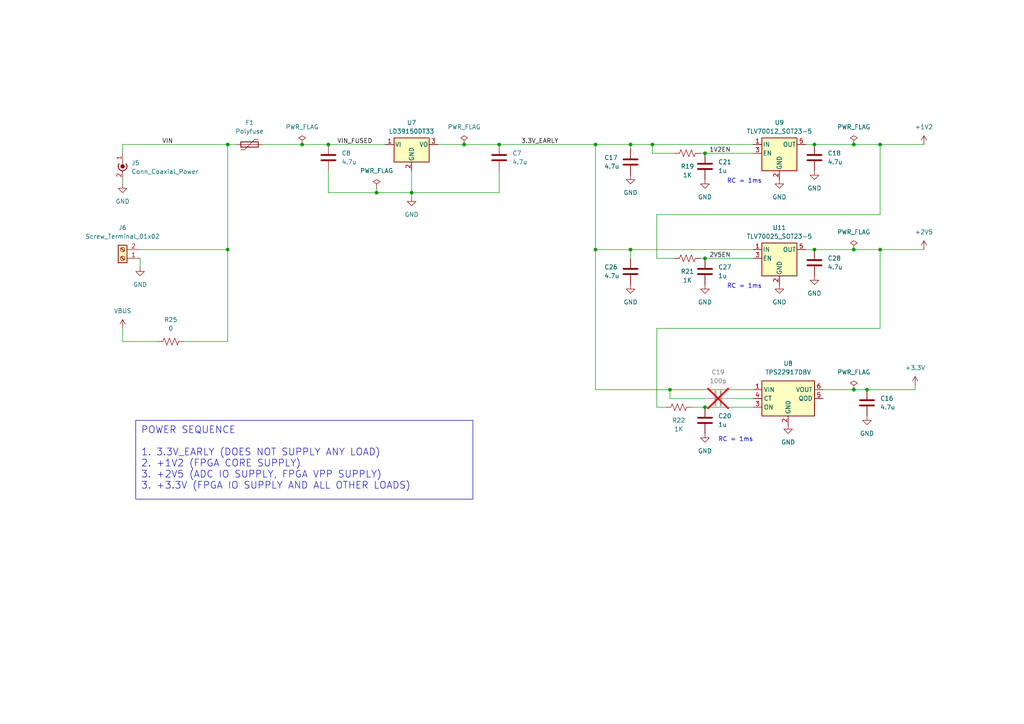
<source format=kicad_sch>
(kicad_sch (version 20230121) (generator eeschema)
  (paper "A4")
  (title_block (title "Power") (date "2024-01-31") (rev "0"))
  (lib_symbols
    (symbol "Connector:Conn_Coaxial_Power" (pin_names (offset 1.016) hide)
      (property "Reference" "J" (at -5.08 -1.27 90))
      (property "Value" "Conn_Coaxial_Power" (at -3.175 -1.27 90))
      (symbol "Conn_Coaxial_Power_0_1"
        (arc (start -1.27 -1.27) (mid 0 -2.5345) (end 1.27 -1.27) (stroke (width 0.254)))
        (arc (start -1.016 -0.508) (mid -1.2048 -0.8684) (end -1.27 -1.27) (stroke (width 0.254)))
        (circle (center 0 -1.27) (radius 0.508) (stroke (width 0.2032)) (fill (type outline)))
        (polyline (pts (xy 0 -2.54) (xy 0 -3.048)))
        (polyline (pts (xy 0 0) (xy 0 -1.27)))
        (arc (start 1.27 -1.27) (mid 1.2048 -0.8684) (end 1.016 -0.508) (stroke (width 0.254)))
      )
      (symbol "Conn_Coaxial_Power_1_1"
        (pin passive line (at 0 2.54 270) (length 2.54) (name "In") (number "1"))
        (pin passive line (at 0 -5.08 90) (length 2.54) (name "Ext") (number "2"))
      )
    )
    (symbol "Connector:Screw_Terminal_01x02" (pin_names (offset 1.016) hide)
      (property "Reference" "J" (at 0 2.54 0))
      (property "Value" "Screw_Terminal_01x02" (at 0 -5.08 0))
      (symbol "Screw_Terminal_01x02_1_1"
        (rectangle (start -1.27 1.27) (end 1.27 -3.81) (stroke (width 0.254)) (fill (type background)))
        (circle (center 0 -2.54) (radius 0.635) (stroke (width 0.1524)))
        (polyline (pts (xy -0.5334 -2.2098) (xy 0.3302 -3.048)) (stroke (width 0.1524)))
        (polyline (pts (xy -0.5334 0.3302) (xy 0.3302 -0.508)) (stroke (width 0.1524)))
        (polyline (pts (xy -0.3556 -2.032) (xy 0.508 -2.8702)) (stroke (width 0.1524)))
        (polyline (pts (xy -0.3556 0.508) (xy 0.508 -0.3302)) (stroke (width 0.1524)))
        (circle (center 0 0) (radius 0.635) (stroke (width 0.1524)))
        (pin passive line (at -5.08 0 0) (length 3.81) (name "Pin_1") (number "1"))
        (pin passive line (at -5.08 -2.54 0) (length 3.81) (name "Pin_2") (number "2"))
      )
    )
    (symbol "Device:C" (pin_numbers hide) (pin_names (offset 0.254))
      (property "Reference" "C" (at 0.635 2.54 0))
      (property "Value" "C" (at 0.635 -2.54 0))
      (symbol "C_0_1"
        (polyline (pts (xy -2.032 -0.762) (xy 2.032 -0.762)) (stroke (width 0.508)))
        (polyline (pts (xy -2.032 0.762) (xy 2.032 0.762)) (stroke (width 0.508)))
      )
      (symbol "C_1_1"
        (pin passive line (at 0 3.81 270) (length 2.794) (name "~") (number "1"))
        (pin passive line (at 0 -3.81 90) (length 2.794) (name "~") (number "2"))
      )
    )
    (symbol "Device:Polyfuse" (pin_numbers hide) (pin_names (offset 0))
      (property "Reference" "F" (at -2.54 0 90))
      (property "Value" "Polyfuse" (at 2.54 0 90))
      (symbol "Polyfuse_0_1"
        (rectangle (start -0.762 2.54) (end 0.762 -2.54) (stroke (width 0.254)))
        (polyline (pts (xy 0 2.54) (xy 0 -2.54)))
        (polyline (pts (xy -1.524 2.54) (xy -1.524 1.524) (xy 1.524 -1.524) (xy 1.524 -2.54)))
      )
      (symbol "Polyfuse_1_1"
        (pin passive line (at 0 3.81 270) (length 1.27) (name "~") (number "1"))
        (pin passive line (at 0 -3.81 90) (length 1.27) (name "~") (number "2"))
      )
    )
    (symbol "Device:R_US" (pin_numbers hide) (pin_names (offset 0))
      (property "Reference" "R" (at 2.54 0 90))
      (property "Value" "R_US" (at -2.54 0 90))
      (symbol "R_US_0_1"
        (polyline (pts (xy 0 -2.286) (xy 0 -2.54)))
        (polyline (pts (xy 0 2.286) (xy 0 2.54)))
        (polyline (pts (xy 0 -0.762) (xy 1.016 -1.143) (xy 0 -1.524) (xy -1.016 -1.905) (xy 0 -2.286)))
        (polyline (pts (xy 0 0.762) (xy 1.016 0.381) (xy 0 0) (xy -1.016 -0.381) (xy 0 -0.762)))
        (polyline (pts (xy 0 2.286) (xy 1.016 1.905) (xy 0 1.524) (xy -1.016 1.143) (xy 0 0.762)))
      )
      (symbol "R_US_1_1"
        (pin passive line (at 0 3.81 270) (length 1.27) (name "~") (number "1"))
        (pin passive line (at 0 -3.81 90) (length 1.27) (name "~") (number "2"))
      )
    )
    (symbol "Power_Management:TPS22917DBV"
      (property "Reference" "U" (at -6.35 6.35 0))
      (property "Value" "TPS22917DBV" (at 2.54 6.35 0))
      (symbol "TPS22917DBV_0_1"
        (rectangle (start -7.62 5.08) (end 7.62 -5.08) (stroke (width 0.254)) (fill (type background)))
      )
      (symbol "TPS22917DBV_1_1"
        (pin power_in line (at -10.16 2.54 0) (length 2.54) (name "VIN") (number "1"))
        (pin power_in line (at 0 -7.62 90) (length 2.54) (name "GND") (number "2"))
        (pin input line (at -10.16 -2.54 0) (length 2.54) (name "ON") (number "3"))
        (pin output line (at -10.16 0 0) (length 2.54) (name "CT") (number "4"))
        (pin open_collector line (at 10.16 0 180) (length 2.54) (name "QOD") (number "5"))
        (pin power_out line (at 10.16 2.54 180) (length 2.54) (name "VOUT") (number "6"))
      )
    )
    (symbol "Regulator_Linear:LD39150DT33" (pin_names (offset 0.254))
      (property "Reference" "U" (at -3.81 3.175 0))
      (property "Value" "LD39150DT33" (at 0 3.175 0))
      (symbol "LD39150DT33_0_1"
        (rectangle (start -5.08 -5.08) (end 5.08 1.905) (stroke (width 0.254)) (fill (type background)))
      )
      (symbol "LD39150DT33_1_1"
        (pin power_in line (at -7.62 0 0) (length 2.54) (name "VI") (number "1"))
        (pin power_in line (at 0 -7.62 90) (length 2.54) (name "GND") (number "2"))
        (pin power_out line (at 7.62 0 180) (length 2.54) (name "VO") (number "3"))
      )
    )
    (symbol "Regulator_Linear:TLV70012_SOT23-5" (pin_names (offset 0.254))
      (property "Reference" "U" (at -3.81 5.715 0))
      (property "Value" "TLV70012_SOT23-5" (at 0 5.715 0))
      (symbol "TLV70012_SOT23-5_0_1"
        (rectangle (start -5.08 4.445) (end 5.08 -5.08) (stroke (width 0.254)) (fill (type background)))
      )
      (symbol "TLV70012_SOT23-5_1_1"
        (pin power_in line (at -7.62 2.54 0) (length 2.54) (name "IN") (number "1"))
        (pin power_in line (at 0 -7.62 90) (length 2.54) (name "GND") (number "2"))
        (pin input line (at -7.62 0 0) (length 2.54) (name "EN") (number "3"))
        (pin no_connect line (at 5.08 0 180) (length 2.54) hide (name "NC") (number "4"))
        (pin power_out line (at 7.62 2.54 180) (length 2.54) (name "OUT") (number "5"))
      )
    )
    (symbol "Regulator_Linear:TLV70025_SOT23-5" (pin_names (offset 0.254))
      (property "Reference" "U" (at -3.81 5.715 0))
      (property "Value" "TLV70025_SOT23-5" (at 0 5.715 0))
      (symbol "TLV70025_SOT23-5_0_1"
        (rectangle (start -5.08 4.445) (end 5.08 -5.08) (stroke (width 0.254)) (fill (type background)))
      )
      (symbol "TLV70025_SOT23-5_1_1"
        (pin power_in line (at -7.62 2.54 0) (length 2.54) (name "IN") (number "1"))
        (pin power_in line (at 0 -7.62 90) (length 2.54) (name "GND") (number "2"))
        (pin input line (at -7.62 0 0) (length 2.54) (name "EN") (number "3"))
        (pin no_connect line (at 5.08 0 180) (length 2.54) hide (name "NC") (number "4"))
        (pin power_out line (at 7.62 2.54 180) (length 2.54) (name "OUT") (number "5"))
      )
    )
    (symbol "power:+1V2" (power) (pin_names (offset 0))
      (property "Value" "+1V2" (at 0 3.556 0))
      (symbol "+1V2_0_1"
        (polyline (pts (xy -0.762 1.27) (xy 0 2.54)))
        (polyline (pts (xy 0 0) (xy 0 2.54)))
        (polyline (pts (xy 0 2.54) (xy 0.762 1.27)))
      )
      (symbol "+1V2_1_1"
        (pin power_in line (at 0 0 90) (length 0) hide (name "+1V2") (number "1"))
      )
    )
    (symbol "power:+2V5" (power) (pin_names (offset 0))
      (property "Value" "+2V5" (at 0 3.556 0))
      (symbol "+2V5_0_1"
        (polyline (pts (xy -0.762 1.27) (xy 0 2.54)))
        (polyline (pts (xy 0 0) (xy 0 2.54)))
        (polyline (pts (xy 0 2.54) (xy 0.762 1.27)))
      )
      (symbol "+2V5_1_1"
        (pin power_in line (at 0 0 90) (length 0) hide (name "+2V5") (number "1"))
      )
    )
    (symbol "power:+3.3V" (power) (pin_names (offset 0))
      (property "Value" "+3.3V" (at 0 3.556 0))
      (symbol "+3.3V_0_1"
        (polyline (pts (xy -0.762 1.27) (xy 0 2.54)))
        (polyline (pts (xy 0 0) (xy 0 2.54)))
        (polyline (pts (xy 0 2.54) (xy 0.762 1.27)))
      )
      (symbol "+3.3V_1_1"
        (pin power_in line (at 0 0 90) (length 0) hide (name "+3.3V") (number "1"))
      )
    )
    (symbol "power:GND" (power) (pin_names (offset 0))
      (property "Value" "GND" (at 0 -3.81 0))
      (symbol "GND_0_1"
        (polyline (pts (xy 0 0) (xy 0 -1.27) (xy 1.27 -1.27) (xy 0 -2.54) (xy -1.27 -1.27) (xy 0 -1.27)))
      )
      (symbol "GND_1_1"
        (pin power_in line (at 0 0 270) (length 0) hide (name "GND") (number "1"))
      )
    )
    (symbol "power:PWR_FLAG" (power) (pin_numbers hide) (pin_names (offset 0) hide)
      (property "Value" "PWR_FLAG" (at 0 3.81 0))
      (symbol "PWR_FLAG_0_0"
        (pin power_out line (at 0 0 90) (length 0) (name "pwr") (number "1"))
      )
      (symbol "PWR_FLAG_0_1"
        (polyline (pts (xy 0 0) (xy 0 1.27) (xy -1.016 1.905) (xy 0 2.54) (xy 1.016 1.905) (xy 0 1.27)))
      )
    )
    (symbol "power:VBUS" (power) (pin_names (offset 0))
      (property "Value" "VBUS" (at 0 3.81 0))
      (symbol "VBUS_0_1"
        (polyline (pts (xy -0.762 1.27) (xy 0 2.54)))
        (polyline (pts (xy 0 0) (xy 0 2.54)))
        (polyline (pts (xy 0 2.54) (xy 0.762 1.27)))
      )
      (symbol "VBUS_1_1"
        (pin power_in line (at 0 0 90) (length 0) hide (name "VBUS") (number "1"))
      )
    )
  )
  (junction (at 255.27 41.91))
  (junction (at 204.47 118.11))
  (junction (at 204.47 44.45))
  (junction (at 194.31 113.03))
  (junction (at 95.25 41.91))
  (junction (at 182.88 72.39))
  (junction (at 247.65 72.39))
  (junction (at 251.46 113.03))
  (junction (at 204.47 74.93))
  (junction (at 172.72 72.39))
  (junction (at 134.62 41.91))
  (junction (at 172.72 41.91))
  (junction (at 87.63 41.91))
  (junction (at 236.22 41.91))
  (junction (at 144.78 41.91))
  (junction (at 247.65 41.91))
  (junction (at 255.27 72.39))
  (junction (at 66.04 72.39))
  (junction (at 182.88 41.91))
  (junction (at 119.38 55.88))
  (junction (at 189.23 41.91))
  (junction (at 66.04 41.91))
  (junction (at 236.22 72.39))
  (junction (at 109.22 55.88))
  (junction (at 247.65 113.03))
  (wire (pts (xy 233.68 41.91) (xy 236.22 41.91)))
  (wire (pts (xy 236.22 72.39) (xy 247.65 72.39)))
  (wire (pts (xy 40.64 77.47) (xy 40.64 74.93)))
  (wire (pts (xy 66.04 41.91) (xy 66.04 72.39)))
  (wire (pts (xy 203.2 74.93) (xy 204.47 74.93)))
  (wire (pts (xy 247.65 41.91) (xy 255.27 41.91)))
  (wire (pts (xy 182.88 72.39) (xy 172.72 72.39)))
  (wire (pts (xy 236.22 41.91) (xy 247.65 41.91)))
  (wire (pts (xy 204.47 115.57) (xy 194.31 115.57)))
  (wire (pts (xy 251.46 113.03) (xy 265.43 113.03)))
  (wire (pts (xy 247.65 113.03) (xy 251.46 113.03)))
  (wire (pts (xy 204.47 44.45) (xy 218.44 44.45)))
  (wire (pts (xy 66.04 99.06) (xy 66.04 72.39)))
  (wire (pts (xy 119.38 49.53) (xy 119.38 55.88)))
  (wire (pts (xy 255.27 95.25) (xy 255.27 72.39)))
  (wire (pts (xy 255.27 41.91) (xy 267.97 41.91)))
  (wire (pts (xy 189.23 41.91) (xy 218.44 41.91)))
  (wire (pts (xy 182.88 74.93) (xy 182.88 72.39)))
  (wire (pts (xy 247.65 72.39) (xy 255.27 72.39)))
  (wire (pts (xy 195.58 44.45) (xy 189.23 44.45)))
  (wire (pts (xy 194.31 113.03) (xy 194.31 115.57)))
  (wire (pts (xy 109.22 55.88) (xy 109.22 54.61)))
  (wire (pts (xy 66.04 41.91) (xy 68.58 41.91)))
  (wire (pts (xy 194.31 113.03) (xy 218.44 113.03)))
  (wire (pts (xy 35.56 95.25) (xy 35.56 99.06)))
  (wire (pts (xy 35.56 99.06) (xy 45.72 99.06)))
  (wire (pts (xy 172.72 113.03) (xy 172.72 72.39)))
  (wire (pts (xy 204.47 74.93) (xy 218.44 74.93)))
  (wire (pts (xy 255.27 72.39) (xy 267.97 72.39)))
  (wire (pts (xy 190.5 74.93) (xy 190.5 62.23)))
  (wire (pts (xy 134.62 41.91) (xy 144.78 41.91)))
  (wire (pts (xy 119.38 55.88) (xy 144.78 55.88)))
  (wire (pts (xy 144.78 49.53) (xy 144.78 55.88)))
  (wire (pts (xy 190.5 118.11) (xy 190.5 95.25)))
  (wire (pts (xy 182.88 41.91) (xy 189.23 41.91)))
  (wire (pts (xy 195.58 74.93) (xy 190.5 74.93)))
  (wire (pts (xy 95.25 49.53) (xy 95.25 55.88)))
  (wire (pts (xy 189.23 44.45) (xy 189.23 41.91)))
  (wire (pts (xy 127 41.91) (xy 134.62 41.91)))
  (wire (pts (xy 35.56 52.07) (xy 35.56 53.34)))
  (wire (pts (xy 76.2 41.91) (xy 87.63 41.91)))
  (wire (pts (xy 172.72 41.91) (xy 172.72 72.39)))
  (wire (pts (xy 53.34 99.06) (xy 66.04 99.06)))
  (wire (pts (xy 109.22 55.88) (xy 119.38 55.88)))
  (wire (pts (xy 200.66 118.11) (xy 204.47 118.11)))
  (wire (pts (xy 190.5 95.25) (xy 255.27 95.25)))
  (wire (pts (xy 87.63 41.91) (xy 95.25 41.91)))
  (wire (pts (xy 212.09 115.57) (xy 218.44 115.57)))
  (wire (pts (xy 190.5 62.23) (xy 255.27 62.23)))
  (wire (pts (xy 172.72 41.91) (xy 182.88 41.91)))
  (wire (pts (xy 255.27 41.91) (xy 255.27 62.23)))
  (wire (pts (xy 95.25 41.91) (xy 111.76 41.91)))
  (wire (pts (xy 95.25 55.88) (xy 109.22 55.88)))
  (wire (pts (xy 265.43 111.76) (xy 265.43 113.03)))
  (wire (pts (xy 144.78 41.91) (xy 172.72 41.91)))
  (wire (pts (xy 233.68 72.39) (xy 236.22 72.39)))
  (wire (pts (xy 203.2 44.45) (xy 204.47 44.45)))
  (wire (pts (xy 40.64 72.39) (xy 66.04 72.39)))
  (wire (pts (xy 193.04 118.11) (xy 190.5 118.11)))
  (wire (pts (xy 119.38 55.88) (xy 119.38 57.15)))
  (wire (pts (xy 35.56 44.45) (xy 35.56 41.91)))
  (wire (pts (xy 204.47 118.11) (xy 218.44 118.11)))
  (wire (pts (xy 194.31 113.03) (xy 172.72 113.03)))
  (wire (pts (xy 182.88 43.18) (xy 182.88 41.91)))
  (wire (pts (xy 35.56 41.91) (xy 66.04 41.91)))
  (wire (pts (xy 182.88 72.39) (xy 218.44 72.39)))
  (wire (pts (xy 238.76 113.03) (xy 247.65 113.03)))
  (text_box "POWER SEQUENCE\n\n1. 3.3V_EARLY (DOES NOT SUPPLY ANY LOAD)\n2. +1V2 (FPGA CORE SUPPLY)\n3. +2V5 (ADC IO SUPPLY, FPGA VPP SUPPLY)\n3. +3.3V (FPGA IO SUPPLY AND ALL OTHER LOADS)\n" (at 39.37 121.92 0) (size 97.79 22.86) (effects (font (size 2 2)) (justify left top)))
  (text "RC = 1ms" (at 210.82 83.82 0) (effects (font (size 1.27 1.27)) (justify left bottom)))
  (text "RC = 1ms" (at 210.82 53.34 0) (effects (font (size 1.27 1.27)) (justify left bottom)))
  (text "RC = 1ms" (at 208.28 128.27 0) (effects (font (size 1.27 1.27)) (justify left bottom)))
  (label "2V5EN" (at 205.74 74.93 0))
  (label "3.3V_EARLY" (at 151.13 41.91 0))
  (label "VIN_FUSED" (at 97.79 41.91 0))
  (label "1V2EN" (at 205.74 44.45 0))
  (label "VIN" (at 46.99 41.91 0))
  (symbol (lib_id "Device:R_US") (at 199.39 74.93 90) (unit 1)
    (property "Reference" "R21" (at 199.39 78.74 90))
    (property "Value" "1K" (at 199.39 81.28 90))
  )
  (symbol (lib_id "power:PWR_FLAG") (at 87.63 41.91 0) (unit 1)
    (property "Reference" "#FLG03" (effects hide))
    (property "Value" "PWR_FLAG" (at 87.63 36.83 0))
  )
  (symbol (lib_id "power:GND") (at 228.6 123.19 0) (unit 1)
    (property "Reference" "#PWR043" (effects hide))
    (property "Value" "GND" (at 228.6 128.27 0))
  )
  (symbol (lib_id "power:GND") (at 204.47 125.73 0) (unit 1)
    (property "Reference" "#PWR052" (effects hide))
    (property "Value" "GND" (at 204.47 130.81 0))
  )
  (symbol (lib_id "Device:C") (at 251.46 116.84 0) (unit 1)
    (property "Reference" "C16" (at 255.27 115.57 0) (effects (justify left)))
    (property "Value" "4.7u" (at 255.27 118.11 0) (effects (justify left)))
  )
  (symbol (lib_id "power:+3.3V") (at 265.43 111.76 0) (unit 1)
    (property "Reference" "#PWR029" (effects hide))
    (property "Value" "+3.3V" (at 265.43 106.68 0))
  )
  (symbol (lib_id "Device:C") (at 144.78 45.72 0) (unit 1)
    (property "Reference" "C7" (at 148.59 44.45 0) (effects (justify left)))
    (property "Value" "4.7u" (at 148.59 46.99 0) (effects (justify left)))
  )
  (symbol (lib_id "Device:R_US") (at 196.85 118.11 90) (unit 1)
    (property "Reference" "R22" (at 196.85 121.92 90))
    (property "Value" "1K" (at 196.85 124.46 90))
  )
  (symbol (lib_id "power:VBUS") (at 35.56 95.25 0) (unit 1)
    (property "Reference" "#PWR078" (effects hide))
    (property "Value" "VBUS" (at 35.56 90.17 0))
  )
  (symbol (lib_id "Regulator_Linear:LD39150DT33") (at 119.38 41.91 0) (unit 1)
    (property "Reference" "U7" (at 119.38 35.56 0))
    (property "Value" "LD39150DT33" (at 119.38 38.1 0))
    (property "Footprint" "Package_TO_SOT_SMD:TO-252-3_TabPin2" (effects hide))
    (property "Datasheet" "https://www.st.com/resource/en/datasheet/ld39150.pdf" (effects hide))
  )
  (symbol (lib_id "Device:C") (at 182.88 46.99 0) (unit 1)
    (property "Reference" "C17" (at 175.26 45.72 0) (effects (justify left)))
    (property "Value" "4.7u" (at 175.26 48.26 0) (effects (justify left)))
  )
  (symbol (lib_id "power:GND") (at 251.46 120.65 0) (unit 1)
    (property "Reference" "#PWR045" (effects hide))
    (property "Value" "GND" (at 251.46 125.73 0))
  )
  (symbol (lib_id "Device:C") (at 236.22 45.72 0) (unit 1)
    (property "Reference" "C18" (at 240.03 44.45 0) (effects (justify left)))
    (property "Value" "4.7u" (at 240.03 46.99 0) (effects (justify left)))
  )
  (symbol (lib_id "Device:Polyfuse") (at 72.39 41.91 90) (unit 1)
    (property "Reference" "F1" (at 72.39 35.56 90))
    (property "Value" "Polyfuse" (at 72.39 38.1 90))
  )
  (symbol (lib_id "Device:C") (at 95.25 45.72 0) (unit 1)
    (property "Reference" "C8" (at 99.06 44.45 0) (effects (justify left)))
    (property "Value" "4.7u" (at 99.06 46.99 0) (effects (justify left)))
  )
  (symbol (lib_id "power:GND") (at 226.06 82.55 0) (unit 1)
    (property "Reference" "#PWR062" (effects hide))
    (property "Value" "GND" (at 226.06 87.63 0))
  )
  (symbol (lib_id "Device:C") (at 182.88 78.74 0) (unit 1)
    (property "Reference" "C26" (at 175.26 77.47 0) (effects (justify left)))
    (property "Value" "4.7u" (at 175.26 80.01 0) (effects (justify left)))
  )
  (symbol (lib_id "Connector:Screw_Terminal_01x02") (at 35.56 74.93 180) (unit 1)
    (property "Reference" "J6" (at 35.56 66.04 0))
    (property "Value" "Screw_Terminal_01x02" (at 35.56 68.58 0))
  )
  (symbol (lib_id "power:+2V5") (at 267.97 72.39 0) (unit 1)
    (property "Reference" "#PWR061" (effects hide))
    (property "Value" "+2V5" (at 267.97 67.31 0))
  )
  (symbol (lib_id "power:GND") (at 40.64 77.47 0) (unit 1)
    (property "Reference" "#PWR030" (effects hide))
    (property "Value" "GND" (at 40.64 82.55 0))
  )
  (symbol (lib_id "power:GND") (at 204.47 82.55 0) (unit 1)
    (property "Reference" "#PWR059" (effects hide))
    (property "Value" "GND" (at 204.47 87.63 0))
  )
  (symbol (lib_id "Connector:Conn_Coaxial_Power") (at 35.56 46.99 0) (unit 1)
    (property "Reference" "J5" (at 38.1 47.244 0) (effects (justify left)))
    (property "Value" "Conn_Coaxial_Power" (at 38.1 49.784 0) (effects (justify left)))
  )
  (symbol (lib_id "Device:C") (at 204.47 78.74 0) (unit 1)
    (property "Reference" "C27" (at 208.28 77.47 0) (effects (justify left)))
    (property "Value" "1u" (at 208.28 80.01 0) (effects (justify left)))
  )
  (symbol (lib_id "Device:C") (at 204.47 121.92 0) (unit 1)
    (property "Reference" "C20" (at 208.28 120.65 0) (effects (justify left)))
    (property "Value" "1u" (at 208.28 123.19 0) (effects (justify left)))
  )
  (symbol (lib_id "power:GND") (at 236.22 49.53 0) (unit 1)
    (property "Reference" "#PWR050" (effects hide))
    (property "Value" "GND" (at 236.22 54.61 0))
  )
  (symbol (lib_id "Device:R_US") (at 49.53 99.06 270) (unit 1) (on_board no)
    (property "Reference" "R25" (at 49.53 92.71 90))
    (property "Value" "0" (at 49.53 95.25 90))
  )
  (symbol (lib_id "power:GND") (at 236.22 80.01 0) (unit 1)
    (property "Reference" "#PWR060" (effects hide))
    (property "Value" "GND" (at 236.22 85.09 0))
  )
  (symbol (lib_id "Device:C") (at 236.22 76.2 0) (unit 1)
    (property "Reference" "C28" (at 240.03 74.93 0) (effects (justify left)))
    (property "Value" "4.7u" (at 240.03 77.47 0) (effects (justify left)))
  )
  (symbol (lib_id "power:PWR_FLAG") (at 109.22 54.61 0) (unit 1)
    (property "Reference" "#FLG02" (effects hide))
    (property "Value" "PWR_FLAG" (at 109.22 49.53 0))
  )
  (symbol (lib_id "power:GND") (at 182.88 50.8 0) (unit 1)
    (property "Reference" "#PWR047" (effects hide))
    (property "Value" "GND" (at 182.88 55.88 0))
  )
  (symbol (lib_id "Regulator_Linear:TLV70025_SOT23-5") (at 226.06 74.93 0) (unit 1)
    (property "Reference" "U11" (at 226.06 66.04 0))
    (property "Value" "TLV70025_SOT23-5" (at 226.06 68.58 0))
    (property "Footprint" "Package_TO_SOT_SMD:SOT-23-5" (effects hide))
    (property "Datasheet" "http://www.ti.com/lit/ds/symlink/tlv700.pdf" (effects hide))
  )
  (symbol (lib_id "Device:C") (at 204.47 48.26 0) (unit 1)
    (property "Reference" "C21" (at 208.28 46.99 0) (effects (justify left)))
    (property "Value" "1u" (at 208.28 49.53 0) (effects (justify left)))
  )
  (symbol (lib_id "power:GND") (at 119.38 57.15 0) (unit 1)
    (property "Reference" "#PWR026" (effects hide))
    (property "Value" "GND" (at 119.38 62.23 0))
  )
  (symbol (lib_id "power:PWR_FLAG") (at 247.65 72.39 0) (unit 1)
    (property "Reference" "#FLG07" (effects hide))
    (property "Value" "PWR_FLAG" (at 247.65 67.31 0))
  )
  (symbol (lib_id "Regulator_Linear:TLV70012_SOT23-5") (at 226.06 44.45 0) (unit 1)
    (property "Reference" "U9" (at 226.06 35.56 0))
    (property "Value" "TLV70012_SOT23-5" (at 226.06 38.1 0))
    (property "Footprint" "Package_TO_SOT_SMD:SOT-23-5" (effects hide))
    (property "Datasheet" "http://www.ti.com/lit/ds/symlink/tlv700.pdf" (effects hide))
  )
  (symbol (lib_id "power:GND") (at 226.06 52.07 0) (unit 1)
    (property "Reference" "#PWR048" (effects hide))
    (property "Value" "GND" (at 226.06 57.15 0))
  )
  (symbol (lib_id "power:PWR_FLAG") (at 247.65 113.03 0) (unit 1)
    (property "Reference" "#FLG05" (effects hide))
    (property "Value" "PWR_FLAG" (at 247.65 107.95 0))
  )
  (symbol (lib_id "power:GND") (at 204.47 52.07 0) (unit 1)
    (property "Reference" "#PWR044" (effects hide))
    (property "Value" "GND" (at 204.47 57.15 0))
  )
  (symbol (lib_id "Power_Management:TPS22917DBV") (at 228.6 115.57 0) (unit 1)
    (property "Reference" "U8" (at 228.6 105.41 0))
    (property "Value" "TPS22917DBV" (at 228.6 107.95 0))
    (property "Footprint" "Package_TO_SOT_SMD:SOT-23-6" (effects hide))
    (property "Datasheet" "http://www.ti.com/lit/ds/symlink/tps22917.pdf" (effects hide))
  )
  (symbol (lib_id "Device:R_US") (at 199.39 44.45 90) (unit 1)
    (property "Reference" "R19" (at 199.39 48.26 90))
    (property "Value" "1K" (at 199.39 50.8 90))
  )
  (symbol (lib_id "power:PWR_FLAG") (at 134.62 41.91 0) (unit 1)
    (property "Reference" "#FLG01" (effects hide))
    (property "Value" "PWR_FLAG" (at 134.62 36.83 0))
  )
  (symbol (lib_id "power:+1V2") (at 267.97 41.91 0) (unit 1)
    (property "Reference" "#PWR049" (effects hide))
    (property "Value" "+1V2" (at 267.97 36.83 0))
  )
  (symbol (lib_id "Device:C") (at 208.28 115.57 90) (unit 1) (dnp yes)
    (property "Reference" "C19" (at 208.28 107.95 90))
    (property "Value" "100p" (at 208.28 110.49 90))
  )
  (symbol (lib_id "power:GND") (at 182.88 82.55 0) (unit 1)
    (property "Reference" "#PWR058" (effects hide))
    (property "Value" "GND" (at 182.88 87.63 0))
  )
  (symbol (lib_id "power:GND") (at 35.56 53.34 0) (unit 1)
    (property "Reference" "#PWR031" (effects hide))
    (property "Value" "GND" (at 35.56 58.42 0))
  )
  (symbol (lib_id "power:PWR_FLAG") (at 247.65 41.91 0) (unit 1)
    (property "Reference" "#FLG06" (effects hide))
    (property "Value" "PWR_FLAG" (at 247.65 36.83 0))
  )
)
</source>
